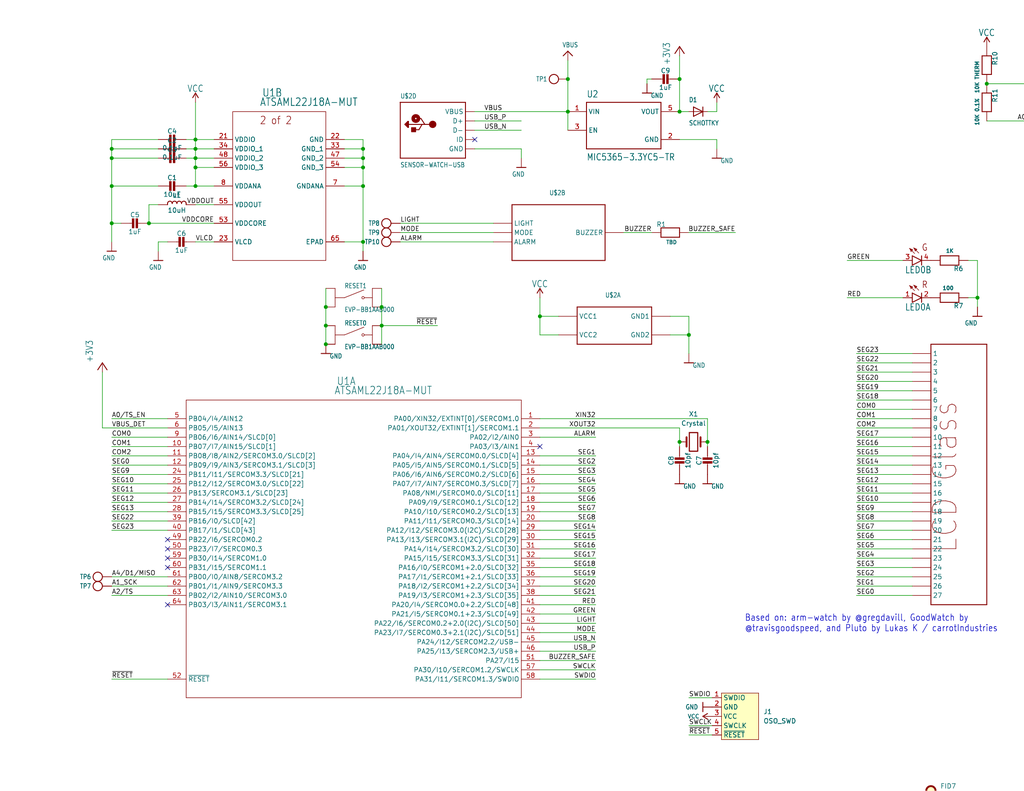
<source format=kicad_sch>
(kicad_sch (version 20211123) (generator eeschema)
  (paper "USLetter")
  (title_block (date "2023-01-23") (rev "02"))
  (lib_symbols
    (symbol "Device:Crystal" (pin_numbers hide) (pin_names (offset 1.016) hide)
      (property "Reference" "Y" (at 0 3.81 0))
      (property "Value" "Crystal" (at 0 -3.81 0))
      (symbol "Crystal_1_1"
        (pin passive line (at -3.81 0 0) (length 1.27) (name "1") (number "1"))
        (pin passive line (at 3.81 0 180) (length 1.27) (name "2") (number "2"))
      )
    )
    (symbol "Mechanical:Fiducial"
      (property "Reference" "FID" (at 0 5.08 0))
      (property "Value" "Fiducial" (at 0 3.175 0))
    )
    (symbol "OSO-SWAT-A1-05-eagle-import:+3V3" (power)
      (property "Value" "+3V3" (at -2.54 -5.08 90))
      (symbol "+3V3_1_0"
        (pin power_in line (at 0 -2.54 90) (length 2.54) (name "+3V3") (number "1"))
      )
    )
    (symbol "OSO-SWAT-A1-05-eagle-import:ATSAML22J18A-MUT"
      (property "Reference" "U" (at -4.7244 24.3586 0))
      (property "Value" "ATSAML22J18A-MUT" (at -5.3594 21.8186 0))
      (symbol "ATSAML22J18A-MUT_1_0"
        (pin bidirectional line (at 50.8 35.56 180) (length 5.08) (name "PA00/XIN32/EXTINT[0]/SERCOM1.0") (number "1"))
        (pin bidirectional line (at -50.8 27.94 0) (length 5.08) (name "PB07/I7/AIN15/SLCD[1]") (number "10"))
        (pin bidirectional line (at -50.8 25.4 0) (length 5.08) (name "PB08/I8/AIN2/SERCOM3.0/SLCD[2]") (number "11"))
        (pin bidirectional line (at -50.8 22.86 0) (length 5.08) (name "PB09/I9/AIN3/SERCOM3.1/SLCD[3]") (number "12"))
        (pin bidirectional line (at 50.8 25.4 180) (length 5.08) (name "PA04/I4/AIN4/SERCOM0.0/SLCD[4]") (number "13"))
        (pin bidirectional line (at 50.8 22.86 180) (length 5.08) (name "PA05/I5/AIN5/SERCOM0.1/SLCD[5]") (number "14"))
        (pin bidirectional line (at 50.8 20.32 180) (length 5.08) (name "PA06/I6/AIN6/SERCOM0.2/SLCD[6]") (number "15"))
        (pin bidirectional line (at 50.8 17.78 180) (length 5.08) (name "PA07/I7/AIN7/SERCOM0.3/SLCD[7]") (number "16"))
        (pin bidirectional line (at 50.8 15.24 180) (length 5.08) (name "PA08/NMI/SERCOM0.0/SLCD[11]") (number "17"))
        (pin bidirectional line (at 50.8 12.7 180) (length 5.08) (name "PA09/I9/SERCOM0.1/SLCD[12]") (number "18"))
        (pin bidirectional line (at 50.8 10.16 180) (length 5.08) (name "PA10/I10/SERCOM0.2/SLCD[13]") (number "19"))
        (pin bidirectional line (at 50.8 33.02 180) (length 5.08) (name "PA01/XOUT32/EXTINT[1]/SERCOM1.1") (number "2"))
        (pin bidirectional line (at 50.8 7.62 180) (length 5.08) (name "PA11/I11/SERCOM0.3/SLCD[14]") (number "20"))
        (pin bidirectional line (at -50.8 20.32 0) (length 5.08) (name "PB11/I11/SERCOM3.3/SLCD[21]") (number "24"))
        (pin bidirectional line (at -50.8 17.78 0) (length 5.08) (name "PB12/I12/SERCOM3.0/SLCD[22]") (number "25"))
        (pin bidirectional line (at -50.8 15.24 0) (length 5.08) (name "PB13/SERCOM3.1/SLCD[23]") (number "26"))
        (pin bidirectional line (at -50.8 12.7 0) (length 5.08) (name "PB14/I14/SERCOM3.2/SLCD[24]") (number "27"))
        (pin bidirectional line (at -50.8 10.16 0) (length 5.08) (name "PB15/I15/SERCOM3.3/SLCD[25]") (number "28"))
        (pin bidirectional line (at 50.8 5.08 180) (length 5.08) (name "PA12/I12/SERCOM3.0(I2C)/SLCD[28]") (number "29"))
        (pin bidirectional line (at 50.8 30.48 180) (length 5.08) (name "PA02/I2/AIN0") (number "3"))
        (pin bidirectional line (at 50.8 2.54 180) (length 5.08) (name "PA13/I13/SERCOM3.1(I2C)/SLCD[29]") (number "30"))
        (pin bidirectional line (at 50.8 0 180) (length 5.08) (name "PA14/I14/SERCOM3.2/SLCD[30]") (number "31"))
        (pin bidirectional line (at 50.8 -2.54 180) (length 5.08) (name "PA15/I15/SERCOM3.3/SLCD[31]") (number "32"))
        (pin bidirectional line (at 50.8 -5.08 180) (length 5.08) (name "PA16/I0/SERCOM1+2.0/SLCD[32]") (number "35"))
        (pin bidirectional line (at 50.8 -7.62 180) (length 5.08) (name "PA17/I1/SERCOM1+2.1/SLCD[33]") (number "36"))
        (pin bidirectional line (at 50.8 -10.16 180) (length 5.08) (name "PA18/I2/SERCOM1+2.2/SLCD[34]") (number "37"))
        (pin bidirectional line (at 50.8 -12.7 180) (length 5.08) (name "PA19/I3/SERCOM1+2.3/SLCD[35]") (number "38"))
        (pin bidirectional line (at -50.8 7.62 0) (length 5.08) (name "PB16/I0/SLCD[42]") (number "39"))
        (pin bidirectional line (at 50.8 27.94 180) (length 5.08) (name "PA03/I3/AIN1") (number "4"))
        (pin bidirectional line (at -50.8 5.08 0) (length 5.08) (name "PB17/I1/SLCD[43]") (number "40"))
        (pin bidirectional line (at 50.8 -15.24 180) (length 5.08) (name "PA20/I4/SERCOM0.0+2.2/SLCD[48]") (number "41"))
        (pin bidirectional line (at 50.8 -17.78 180) (length 5.08) (name "PA21/I5/SERCOM0.1+2.3/SLCD[49]") (number "42"))
        (pin bidirectional line (at 50.8 -20.32 180) (length 5.08) (name "PA22/I6/SERCOM0.2+2.0(I2C)/SLCD[50]") (number "43"))
        (pin bidirectional line (at 50.8 -22.86 180) (length 5.08) (name "PA23/I7/SERCOM0.3+2.1(I2C)/SLCD[51]") (number "44"))
        (pin bidirectional line (at 50.8 -25.4 180) (length 5.08) (name "PA24/I12/SERCOM2.2/USB-") (number "45"))
        (pin bidirectional line (at 50.8 -27.94 180) (length 5.08) (name "PA25/I13/SERCOM2.3/USB+") (number "46"))
        (pin bidirectional line (at -50.8 2.54 0) (length 5.08) (name "PB22/I6/SERCOM0.2") (number "49"))
        (pin bidirectional line (at -50.8 35.56 0) (length 5.08) (name "PB04/I4/AIN12") (number "5"))
        (pin bidirectional line (at -50.8 0 0) (length 5.08) (name "PB23/I7/SERCOM0.3") (number "50"))
        (pin bidirectional line (at 50.8 -30.48 180) (length 5.08) (name "PA27/I15") (number "51"))
        (pin bidirectional line (at -50.8 -35.56 0) (length 5.08) (name "~{RESET}") (number "52"))
        (pin bidirectional line (at 50.8 -33.02 180) (length 5.08) (name "PA30/I10/SERCOM1.2/SWCLK") (number "57"))
        (pin bidirectional line (at 50.8 -35.56 180) (length 5.08) (name "PA31/I11/SERCOM1.3/SWDIO") (number "58"))
        (pin bidirectional line (at -50.8 -2.54 0) (length 5.08) (name "PB30/I14/SERCOM1.0") (number "59"))
        (pin bidirectional line (at -50.8 33.02 0) (length 5.08) (name "PB05/I5/AIN13") (number "6"))
        (pin bidirectional line (at -50.8 -5.08 0) (length 5.08) (name "PB31/I15/SERCOM1.1") (number "60"))
        (pin bidirectional line (at -50.8 -7.62 0) (length 5.08) (name "PB00/I0/AIN8/SERCOM3.2") (number "61"))
        (pin bidirectional line (at -50.8 -10.16 0) (length 5.08) (name "PB01/I1/AIN9/SERCOM3.3") (number "62"))
        (pin bidirectional line (at -50.8 -12.7 0) (length 5.08) (name "PB02/I2/AIN10/SERCOM3.0") (number "63"))
        (pin bidirectional line (at -50.8 -15.24 0) (length 5.08) (name "PB03/I3/AIN11/SERCOM3.1") (number "64"))
        (pin bidirectional line (at -50.8 30.48 0) (length 5.08) (name "PB06/I6/AIN14/SLCD[0]") (number "9"))
      )
      (symbol "ATSAML22J18A-MUT_2_0"
        (text "2 of 2" (at -5.3594 16.7386 0) (effects (font (size 2.0828 1.7703)) (justify left bottom)))
        (pin power_in line (at -17.78 12.7 0) (length 5.08) (name "VDDIO") (number "21"))
        (pin passive line (at 17.78 12.7 180) (length 5.08) (name "GND") (number "22"))
        (pin passive line (at -17.78 -15.24 0) (length 5.08) (name "VLCD") (number "23"))
        (pin passive line (at 17.78 10.16 180) (length 5.08) (name "GND_1") (number "33"))
        (pin power_in line (at -17.78 10.16 0) (length 5.08) (name "VDDIO_1") (number "34"))
        (pin passive line (at 17.78 7.62 180) (length 5.08) (name "GND_2") (number "47"))
        (pin power_in line (at -17.78 7.62 0) (length 5.08) (name "VDDIO_2") (number "48"))
        (pin power_in line (at -17.78 -10.16 0) (length 5.08) (name "VDDCORE") (number "53"))
        (pin passive line (at 17.78 5.08 180) (length 5.08) (name "GND_3") (number "54"))
        (pin output line (at -17.78 -5.08 0) (length 5.08) (name "VDDOUT") (number "55"))
        (pin power_in line (at -17.78 5.08 0) (length 5.08) (name "VDDIO_3") (number "56"))
        (pin passive line (at 17.78 -15.24 180) (length 5.08) (name "EPAD") (number "65"))
        (pin passive line (at 17.78 0 180) (length 5.08) (name "GNDANA") (number "7"))
        (pin power_in line (at -17.78 0 0) (length 5.08) (name "VDDANA") (number "8"))
      )
    )
    (symbol "OSO-SWAT-A1-05-eagle-import:CAP_CERAMIC_0402MP"
      (property "Reference" "C" (at -2.29 1.25 90))
      (property "Value" "CAP_CERAMIC_0402MP" (at 2.3 1.25 90))
      (symbol "CAP_CERAMIC_0402MP_1_0"
        (pin passive line (at 0 5.08 270) (length 2.54) (name "1") (number "1"))
        (pin passive line (at 0 -2.54 90) (length 2.54) (name "2") (number "2"))
      )
    )
    (symbol "OSO-SWAT-A1-05-eagle-import:CAP_CERAMIC_0603MP"
      (property "Reference" "C" (at -2.29 1.25 90))
      (property "Value" "CAP_CERAMIC_0603MP" (at 2.3 1.25 90))
      (symbol "CAP_CERAMIC_0603MP_1_0"
        (pin passive line (at 0 5.08 270) (length 2.54) (name "1") (number "1"))
        (pin passive line (at 0 -2.54 90) (length 2.54) (name "2") (number "2"))
      )
    )
    (symbol "OSO-SWAT-A1-05-eagle-import:DIODESOD-323F"
      (property "Reference" "D" (at -2.54 2.54 0))
      (property "Value" "DIODESOD-323F" (at -2.54 -3.81 0))
      (symbol "DIODESOD-323F_1_0"
        (pin passive line (at -2.54 0 0) (length 2.54) (name "A") (number "A"))
        (pin passive line (at 2.54 0 180) (length 2.54) (name "C") (number "C"))
      )
    )
    (symbol "OSO-SWAT-A1-05-eagle-import:EVP-BB1AAB000"
      (property "Reference" "S" (at -2.54 2.54 0))
      (property "Value" "EVP-BB1AAB000" (at -2.54 -2.54 0))
      (symbol "EVP-BB1AAB000_1_0"
        (pin passive line (at -7.62 2.54 0) (length 2.54) (name "A1") (number "A1"))
        (pin passive line (at -7.62 -2.54 0) (length 2.54) (name "A2") (number "A2"))
        (pin passive line (at 7.62 2.54 180) (length 2.54) (name "B1") (number "B1"))
        (pin passive line (at 7.62 -2.54 180) (length 2.54) (name "B2") (number "B2"))
      )
    )
    (symbol "OSO-SWAT-A1-05-eagle-import:GND" (power)
      (property "Value" "GND" (at -1.524 -2.54 0))
      (symbol "GND_1_0"
        (pin power_in line (at 0 2.54 270) (length 2.54) (name "GND") (number "1"))
      )
    )
    (symbol "OSO-SWAT-A1-05-eagle-import:MIC5365-3.3YC5-TR"
      (property "Reference" "U" (at -10.16 6.35 0))
      (property "Value" "MIC5365-3.3YC5-TR" (at -10.16 -8.89 0))
      (symbol "MIC5365-3.3YC5-TR_1_0"
        (pin input line (at -15.24 2.54 0) (length 5.08) (name "VIN") (number "1"))
        (pin power_in line (at 15.24 -5.08 180) (length 5.08) (name "GND") (number "2"))
        (pin input line (at -15.24 -2.54 0) (length 5.08) (name "EN") (number "3"))
        (pin output line (at 15.24 2.54 180) (length 5.08) (name "VOUT") (number "5"))
      )
    )
    (symbol "OSO-SWAT-A1-05-eagle-import:MICROBUILDER_INDUCTOR_0805MP"
      (property "Reference" "L" (at 0 2.54 0))
      (property "Value" "MICROBUILDER_INDUCTOR_0805MP" (at 0 -1.54 0))
      (symbol "MICROBUILDER_INDUCTOR_0805MP_1_0"
        (pin passive line (at -5.08 0 0) (length 2.54) (name "1") (number "1"))
        (pin passive line (at 5.08 0 180) (length 2.54) (name "2") (number "2"))
      )
    )
    (symbol "OSO-SWAT-A1-05-eagle-import:MICROBUILDER_TESTPOINTROUND1.5MM"
      (property "Reference" "TP" (at 0 5.588 90))
      (property "Value" "MICROBUILDER_TESTPOINTROUND1.5MM" (at 1.651 5.588 90))
      (symbol "MICROBUILDER_TESTPOINTROUND1.5MM_1_0"
        (pin bidirectional line (at 0 0 90) (length 2.54) (name "P$1") (number "P$1"))
      )
    )
    (symbol "OSO-SWAT-A1-05-eagle-import:QBLP655-RIG"
      (property "Reference" "D" (at -2.0351 6.6102 0))
      (property "Value" "QBLP655-RIG" (at -2.0336 -3.8131 0))
      (symbol "QBLP655-RIG_1_0"
        (text "R" (at 2.54 2.54 0) (effects (font (size 1.778 1.5113)) (justify left bottom)))
        (pin passive line (at -2.54 0 0) (length 2.54) (name "A") (number "1"))
        (pin passive line (at 5.08 0 180) (length 2.54) (name "C") (number "2"))
      )
      (symbol "QBLP655-RIG_2_0"
        (text "G" (at 2.54 2.54 0) (effects (font (size 1.778 1.5113)) (justify left bottom)))
        (pin passive line (at -2.54 0 0) (length 2.54) (name "A") (number "3"))
        (pin passive line (at 5.08 0 180) (length 2.54) (name "C") (number "4"))
      )
    )
    (symbol "OSO-SWAT-A1-05-eagle-import:RESISTOR_0603MP"
      (property "Reference" "R" (at 0 2.54 0))
      (property "Value" "RESISTOR_0603MP" (at 0 0 0))
      (symbol "RESISTOR_0603MP_1_0"
        (pin passive line (at -5.08 0 0) (length 2.54) (name "1") (number "1"))
        (pin passive line (at 5.08 0 180) (length 2.54) (name "2") (number "2"))
      )
    )
    (symbol "OSO-SWAT-A1-05-eagle-import:SENSOR-WATCH-USB"
      (property "Value" "SENSOR-WATCH-USB" (at -10.16 -10.16 0))
      (symbol "SENSOR-WATCH-USB_1_0"
        (pin bidirectional line (at 15.24 2.54 180) (length 5.08) (name "GND1") (number "GND1"))
        (pin bidirectional line (at 15.24 -2.54 180) (length 5.08) (name "GND2") (number "GND2"))
        (pin bidirectional line (at -15.24 2.54 0) (length 5.08) (name "VCC1") (number "VCC1"))
        (pin bidirectional line (at -15.24 -2.54 0) (length 5.08) (name "VCC2") (number "VCC2"))
      )
      (symbol "SENSOR-WATCH-USB_2_0"
        (pin bidirectional line (at -17.78 -2.54 0) (length 5.08) (name "ALARM") (number "ALARM"))
        (pin bidirectional line (at 17.78 0 180) (length 5.08) (name "BUZZER") (number "BUZZER"))
        (pin bidirectional line (at -17.78 2.54 0) (length 5.08) (name "LIGHT") (number "LIGHT"))
        (pin bidirectional line (at -17.78 0 0) (length 5.08) (name "MODE") (number "MODE"))
      )
      (symbol "SENSOR-WATCH-USB_3_0"
        (text "LCD Glass" (at -17.78 2.54 0) (effects (font (size 6.4516 5.4838)) (justify left bottom)))
        (pin input line (at -30.48 -10.16 90) (length 5.08) (name "1") (number "1"))
        (pin input line (at -7.62 -10.16 90) (length 5.08) (name "10") (number "10"))
        (pin input line (at -5.08 -10.16 90) (length 5.08) (name "11") (number "11"))
        (pin input line (at -2.54 -10.16 90) (length 5.08) (name "12") (number "12"))
        (pin input line (at 0 -10.16 90) (length 5.08) (name "13") (number "13"))
        (pin input line (at 2.54 -10.16 90) (length 5.08) (name "14") (number "14"))
        (pin input line (at 5.08 -10.16 90) (length 5.08) (name "15") (number "15"))
        (pin input line (at 7.62 -10.16 90) (length 5.08) (name "16") (number "16"))
        (pin input line (at 10.16 -10.16 90) (length 5.08) (name "17") (number "17"))
        (pin input line (at 12.7 -10.16 90) (length 5.08) (name "18") (number "18"))
        (pin input line (at 15.24 -10.16 90) (length 5.08) (name "19") (number "19"))
        (pin input line (at -27.94 -10.16 90) (length 5.08) (name "2") (number "2"))
        (pin input line (at 17.78 -10.16 90) (length 5.08) (name "20") (number "20"))
        (pin input line (at 20.32 -10.16 90) (length 5.08) (name "21") (number "21"))
        (pin input line (at 22.86 -10.16 90) (length 5.08) (name "22") (number "22"))
        (pin input line (at 25.4 -10.16 90) (length 5.08) (name "23") (number "23"))
        (pin input line (at 27.94 -10.16 90) (length 5.08) (name "24") (number "24"))
        (pin input line (at 30.48 -10.16 90) (length 5.08) (name "25") (number "25"))
        (pin input line (at 33.02 -10.16 90) (length 5.08) (name "26") (number "26"))
        (pin input line (at 35.56 -10.16 90) (length 5.08) (name "27") (number "27"))
        (pin input line (at -25.4 -10.16 90) (length 5.08) (name "3") (number "3"))
        (pin input line (at -22.86 -10.16 90) (length 5.08) (name "4") (number "4"))
        (pin input line (at -20.32 -10.16 90) (length 5.08) (name "5") (number "5"))
        (pin input line (at -17.78 -10.16 90) (length 5.08) (name "6") (number "6"))
        (pin input line (at -15.24 -10.16 90) (length 5.08) (name "7") (number "7"))
        (pin input line (at -12.7 -10.16 90) (length 5.08) (name "8") (number "8"))
        (pin input line (at -10.16 -10.16 90) (length 5.08) (name "9") (number "9"))
      )
      (symbol "SENSOR-WATCH-USB_4_0"
        (pin power_in line (at 10.16 -5.08 180) (length 2.54) (name "GND") (number "GND"))
        (pin bidirectional line (at 10.16 -2.54 180) (length 2.54) (name "ID") (number "USB_ID"))
        (pin bidirectional line (at 10.16 0 180) (length 2.54) (name "D-") (number "USB_N"))
        (pin bidirectional line (at 10.16 2.54 180) (length 2.54) (name "D+") (number "USB_P"))
        (pin power_in line (at 10.16 5.08 180) (length 2.54) (name "VBUS") (number "VBUS"))
      )
    )
    (symbol "OSO-SWAT-A1-05-eagle-import:VBUS" (power)
      (property "Value" "VBUS" (at -1.524 1.016 0))
      (symbol "VBUS_1_0"
        (pin power_in line (at 0 -2.54 90) (length 2.54) (name "VBUS") (number "1"))
      )
    )
    (symbol "OSO-SWAT-A1-05-eagle-import:VCC" (power)
      (property "Value" "VCC" (at 0 2.794 0))
      (symbol "VCC_1_0"
        (pin power_in line (at 0 0 90) (length 2.54) (name "VCC") (number "1"))
      )
    )
    (symbol "OSO-SWD:OSO_SWD"
      (property "Reference" "J" (at 0 -7.62 0))
      (property "Value" "OSO_SWD" (at 0 7.62 0))
      (symbol "OSO_SWD_1_1"
        (pin bidirectional line (at -7.62 5.08 0) (length 2.54) (name "SWDIO") (number "1"))
        (pin power_in line (at -7.62 2.54 0) (length 2.54) (name "GND") (number "2"))
        (pin power_in line (at -7.62 0 0) (length 2.54) (name "VCC") (number "3"))
        (pin bidirectional line (at -7.62 -2.54 0) (length 2.54) (name "SWCLK") (number "4"))
        (pin bidirectional line (at -7.62 -5.08 0) (length 2.54) (name "~{RESET}") (number "5"))
      )
    )
  )
  (junction (at 88.9 93.98))
  (junction (at 30.48 40.64))
  (junction (at 185.42 21.59))
  (junction (at 99.06 45.72))
  (junction (at 53.34 43.18))
  (junction (at 104.14 83.82))
  (junction (at 269.24 22.86))
  (junction (at 99.06 66.04))
  (junction (at 30.48 60.96))
  (junction (at 53.34 40.64))
  (junction (at 30.48 50.8))
  (junction (at 99.06 40.64))
  (junction (at 185.42 30.48))
  (junction (at 40.64 60.96))
  (junction (at 187.96 91.44))
  (junction (at 88.9 88.9))
  (junction (at 53.34 45.72))
  (junction (at 185.42 120.65))
  (junction (at 53.34 50.8))
  (junction (at 53.34 38.1))
  (junction (at 88.9 83.82))
  (junction (at 266.7 81.28))
  (junction (at 154.94 30.48))
  (junction (at 30.48 43.18))
  (junction (at 104.14 88.9))
  (junction (at 154.94 21.59))
  (junction (at 99.06 43.18))
  (junction (at 193.04 120.65))
  (junction (at 99.06 50.8))
  (junction (at 147.32 86.36))
  (no_connect (at 45.72 165.1))
  (no_connect (at 129.54 38.1))
  (no_connect (at 147.32 121.92))
  (no_connect (at 45.72 152.4))
  (no_connect (at 45.72 154.94))
  (no_connect (at 45.72 149.86))
  (no_connect (at 45.72 147.32))
  (wire (pts (xy 147.32 157.48) (xy 162.56 157.48)))
  (wire (pts (xy 187.96 30.48) (xy 185.42 30.48)))
  (wire (pts (xy 185.42 116.84) (xy 147.32 116.84)))
  (wire (pts (xy 147.32 172.72) (xy 162.56 172.72)))
  (wire (pts (xy 104.14 88.9) (xy 104.14 93.98)))
  (wire (pts (xy 27.94 101.6) (xy 27.94 116.84)))
  (wire (pts (xy 233.68 152.4) (xy 248.92 152.4)))
  (wire (pts (xy 88.9 78.74) (xy 88.9 83.82)))
  (wire (pts (xy 53.34 43.18) (xy 53.34 40.64)))
  (wire (pts (xy 58.42 66.04) (xy 53.34 66.04)))
  (wire (pts (xy 185.42 120.65) (xy 185.42 116.84)))
  (wire (pts (xy 162.56 175.26) (xy 147.32 175.26)))
  (wire (pts (xy 193.04 114.3) (xy 193.04 120.65)))
  (wire (pts (xy 187.96 86.36) (xy 187.96 91.44)))
  (wire (pts (xy 58.42 60.96) (xy 40.64 60.96)))
  (wire (pts (xy 233.68 127) (xy 248.92 127)))
  (wire (pts (xy 147.32 114.3) (xy 193.04 114.3)))
  (wire (pts (xy 195.58 30.48) (xy 195.58 27.94)))
  (wire (pts (xy 187.96 190.5) (xy 194.31 190.5)))
  (wire (pts (xy 154.94 21.59) (xy 154.94 30.48)))
  (wire (pts (xy 33.02 60.96) (xy 30.48 60.96)))
  (wire (pts (xy 147.32 154.94) (xy 162.56 154.94)))
  (wire (pts (xy 177.8 21.59) (xy 176.53 21.59)))
  (wire (pts (xy 99.06 40.64) (xy 99.06 43.18)))
  (wire (pts (xy 88.9 83.82) (xy 88.9 88.9)))
  (wire (pts (xy 269.24 33.02) (xy 287.02 33.02)))
  (wire (pts (xy 233.68 132.08) (xy 248.92 132.08)))
  (wire (pts (xy 43.18 40.64) (xy 30.48 40.64)))
  (wire (pts (xy 45.72 124.46) (xy 30.48 124.46)))
  (wire (pts (xy 30.48 142.24) (xy 45.72 142.24)))
  (wire (pts (xy 147.32 165.1) (xy 162.56 165.1)))
  (wire (pts (xy 185.42 38.1) (xy 195.58 38.1)))
  (wire (pts (xy 154.94 16.51) (xy 154.94 21.59)))
  (wire (pts (xy 99.06 50.8) (xy 93.98 50.8)))
  (wire (pts (xy 30.48 132.08) (xy 45.72 132.08)))
  (wire (pts (xy 58.42 50.8) (xy 53.34 50.8)))
  (wire (pts (xy 248.92 116.84) (xy 233.68 116.84)))
  (wire (pts (xy 187.96 86.36) (xy 182.88 86.36)))
  (wire (pts (xy 109.22 63.5) (xy 134.62 63.5)))
  (wire (pts (xy 27.94 116.84) (xy 45.72 116.84)))
  (wire (pts (xy 30.48 60.96) (xy 30.48 50.8)))
  (wire (pts (xy 30.48 43.18) (xy 30.48 40.64)))
  (wire (pts (xy 147.32 81.28) (xy 147.32 86.36)))
  (wire (pts (xy 134.62 60.96) (xy 109.22 60.96)))
  (wire (pts (xy 30.48 38.1) (xy 43.18 38.1)))
  (wire (pts (xy 30.48 185.42) (xy 45.72 185.42)))
  (wire (pts (xy 233.68 124.46) (xy 248.92 124.46)))
  (wire (pts (xy 58.42 40.64) (xy 53.34 40.64)))
  (wire (pts (xy 233.68 142.24) (xy 248.92 142.24)))
  (wire (pts (xy 53.34 38.1) (xy 53.34 27.94)))
  (wire (pts (xy 266.7 71.12) (xy 266.7 81.28)))
  (wire (pts (xy 147.32 134.62) (xy 162.56 134.62)))
  (wire (pts (xy 162.56 180.34) (xy 147.32 180.34)))
  (wire (pts (xy 233.68 154.94) (xy 248.92 154.94)))
  (wire (pts (xy 233.68 96.52) (xy 248.92 96.52)))
  (wire (pts (xy 45.72 157.48) (xy 30.48 157.48)))
  (wire (pts (xy 93.98 45.72) (xy 99.06 45.72)))
  (wire (pts (xy 193.04 30.48) (xy 195.58 30.48)))
  (wire (pts (xy 53.34 43.18) (xy 50.8 43.18)))
  (wire (pts (xy 147.32 149.86) (xy 162.56 149.86)))
  (wire (pts (xy 182.88 91.44) (xy 187.96 91.44)))
  (wire (pts (xy 53.34 45.72) (xy 58.42 45.72)))
  (wire (pts (xy 147.32 160.02) (xy 162.56 160.02)))
  (wire (pts (xy 43.18 50.8) (xy 30.48 50.8)))
  (wire (pts (xy 233.68 144.78) (xy 248.92 144.78)))
  (wire (pts (xy 233.68 101.6) (xy 248.92 101.6)))
  (wire (pts (xy 266.7 81.28) (xy 266.7 83.82)))
  (wire (pts (xy 147.32 144.78) (xy 162.56 144.78)))
  (wire (pts (xy 50.8 50.8) (xy 53.34 50.8)))
  (wire (pts (xy 162.56 170.18) (xy 147.32 170.18)))
  (wire (pts (xy 53.34 45.72) (xy 53.34 43.18)))
  (wire (pts (xy 231.14 81.28) (xy 246.38 81.28)))
  (wire (pts (xy 147.32 127) (xy 162.56 127)))
  (wire (pts (xy 185.42 21.59) (xy 185.42 30.48)))
  (wire (pts (xy 147.32 132.08) (xy 162.56 132.08)))
  (wire (pts (xy 162.56 119.38) (xy 147.32 119.38)))
  (wire (pts (xy 147.32 91.44) (xy 152.4 91.44)))
  (wire (pts (xy 233.68 147.32) (xy 248.92 147.32)))
  (wire (pts (xy 53.34 38.1) (xy 50.8 38.1)))
  (wire (pts (xy 58.42 55.88) (xy 53.34 55.88)))
  (wire (pts (xy 233.68 99.06) (xy 248.92 99.06)))
  (wire (pts (xy 30.48 129.54) (xy 45.72 129.54)))
  (wire (pts (xy 187.96 200.66) (xy 194.31 200.66)))
  (wire (pts (xy 193.04 120.65) (xy 193.04 121.92)))
  (wire (pts (xy 162.56 177.8) (xy 147.32 177.8)))
  (wire (pts (xy 195.58 38.1) (xy 195.58 40.64)))
  (wire (pts (xy 30.48 144.78) (xy 45.72 144.78)))
  (wire (pts (xy 233.68 139.7) (xy 248.92 139.7)))
  (wire (pts (xy 58.42 38.1) (xy 53.34 38.1)))
  (wire (pts (xy 30.48 134.62) (xy 45.72 134.62)))
  (wire (pts (xy 93.98 43.18) (xy 99.06 43.18)))
  (wire (pts (xy 53.34 40.64) (xy 53.34 38.1)))
  (wire (pts (xy 154.94 35.56) (xy 154.94 30.48)))
  (wire (pts (xy 88.9 88.9) (xy 88.9 93.98)))
  (wire (pts (xy 43.18 43.18) (xy 30.48 43.18)))
  (wire (pts (xy 176.53 21.59) (xy 176.53 22.86)))
  (wire (pts (xy 45.72 162.56) (xy 30.48 162.56)))
  (wire (pts (xy 233.68 109.22) (xy 248.92 109.22)))
  (wire (pts (xy 147.32 162.56) (xy 162.56 162.56)))
  (wire (pts (xy 129.54 30.48) (xy 154.94 30.48)))
  (wire (pts (xy 233.68 121.92) (xy 248.92 121.92)))
  (wire (pts (xy 43.18 68.58) (xy 43.18 66.04)))
  (wire (pts (xy 233.68 119.38) (xy 248.92 119.38)))
  (wire (pts (xy 99.06 43.18) (xy 99.06 45.72)))
  (wire (pts (xy 147.32 147.32) (xy 162.56 147.32)))
  (wire (pts (xy 142.24 35.56) (xy 129.54 35.56)))
  (wire (pts (xy 147.32 182.88) (xy 162.56 182.88)))
  (wire (pts (xy 233.68 106.68) (xy 248.92 106.68)))
  (wire (pts (xy 233.68 149.86) (xy 248.92 149.86)))
  (wire (pts (xy 93.98 38.1) (xy 99.06 38.1)))
  (wire (pts (xy 43.18 66.04) (xy 45.72 66.04)))
  (wire (pts (xy 233.68 162.56) (xy 248.92 162.56)))
  (wire (pts (xy 93.98 40.64) (xy 99.06 40.64)))
  (wire (pts (xy 246.38 71.12) (xy 231.14 71.12)))
  (wire (pts (xy 233.68 104.14) (xy 248.92 104.14)))
  (wire (pts (xy 185.42 121.92) (xy 185.42 120.65)))
  (wire (pts (xy 147.32 139.7) (xy 162.56 139.7)))
  (wire (pts (xy 43.18 55.88) (xy 40.64 55.88)))
  (wire (pts (xy 104.14 78.74) (xy 104.14 83.82)))
  (wire (pts (xy 200.66 63.5) (xy 187.96 63.5)))
  (wire (pts (xy 269.24 22.86) (xy 287.02 22.86)))
  (wire (pts (xy 134.62 66.04) (xy 109.22 66.04)))
  (wire (pts (xy 147.32 185.42) (xy 162.56 185.42)))
  (wire (pts (xy 233.68 137.16) (xy 248.92 137.16)))
  (wire (pts (xy 45.72 121.92) (xy 30.48 121.92)))
  (wire (pts (xy 30.48 50.8) (xy 30.48 43.18)))
  (wire (pts (xy 264.16 71.12) (xy 266.7 71.12)))
  (wire (pts (xy 264.16 81.28) (xy 266.7 81.28)))
  (wire (pts (xy 129.54 40.64) (xy 142.24 40.64)))
  (wire (pts (xy 233.68 160.02) (xy 248.92 160.02)))
  (wire (pts (xy 99.06 38.1) (xy 99.06 40.64)))
  (wire (pts (xy 30.48 139.7) (xy 45.72 139.7)))
  (wire (pts (xy 177.8 63.5) (xy 170.18 63.5)))
  (wire (pts (xy 142.24 33.02) (xy 129.54 33.02)))
  (wire (pts (xy 30.48 127) (xy 45.72 127)))
  (wire (pts (xy 99.06 45.72) (xy 99.06 50.8)))
  (wire (pts (xy 45.72 119.38) (xy 30.48 119.38)))
  (wire (pts (xy 147.32 86.36) (xy 147.32 91.44)))
  (wire (pts (xy 147.32 129.54) (xy 162.56 129.54)))
  (wire (pts (xy 30.48 60.96) (xy 30.48 66.04)))
  (wire (pts (xy 99.06 50.8) (xy 99.06 66.04)))
  (wire (pts (xy 45.72 114.3) (xy 30.48 114.3)))
  (wire (pts (xy 187.96 91.44) (xy 187.96 96.52)))
  (wire (pts (xy 147.32 137.16) (xy 162.56 137.16)))
  (wire (pts (xy 248.92 114.3) (xy 233.68 114.3)))
  (wire (pts (xy 147.32 124.46) (xy 162.56 124.46)))
  (wire (pts (xy 53.34 40.64) (xy 50.8 40.64)))
  (wire (pts (xy 248.92 111.76) (xy 233.68 111.76)))
  (wire (pts (xy 233.68 129.54) (xy 248.92 129.54)))
  (wire (pts (xy 142.24 40.64) (xy 142.24 43.18)))
  (wire (pts (xy 233.68 157.48) (xy 248.92 157.48)))
  (wire (pts (xy 104.14 88.9) (xy 119.38 88.9)))
  (wire (pts (xy 45.72 160.02) (xy 30.48 160.02)))
  (wire (pts (xy 30.48 137.16) (xy 45.72 137.16)))
  (wire (pts (xy 99.06 66.04) (xy 99.06 68.58)))
  (wire (pts (xy 147.32 152.4) (xy 162.56 152.4)))
  (wire (pts (xy 185.42 15.24) (xy 185.42 21.59)))
  (wire (pts (xy 162.56 167.64) (xy 147.32 167.64)))
  (wire (pts (xy 93.98 66.04) (xy 99.06 66.04)))
  (wire (pts (xy 187.96 198.12) (xy 194.31 198.12)))
  (wire (pts (xy 104.14 83.82) (xy 104.14 88.9)))
  (wire (pts (xy 40.64 55.88) (xy 40.64 60.96)))
  (wire (pts (xy 152.4 86.36) (xy 147.32 86.36)))
  (wire (pts (xy 53.34 50.8) (xy 53.34 45.72)))
  (wire (pts (xy 147.32 142.24) (xy 162.56 142.24)))
  (wire (pts (xy 233.68 134.62) (xy 248.92 134.62)))
  (wire (pts (xy 58.42 43.18) (xy 53.34 43.18)))
  (wire (pts (xy 30.48 40.64) (xy 30.48 38.1)))
  (text "Based on: arm-watch by @gregdavill, GoodWatch by\n@travisgoodspeed, and Pluto by Lukas K / carrotIndustries" (at 203.2 172.72 0) (effects (font (size 1.778 1.5113)) (justify left bottom)))
  (label "SEG5" (at 162.56 134.62 180) (effects (font (size 1.2446 1.2446))))
  (label "GREEN" (at 231.14 71.12 0) (effects (font (size 1.2446 1.2446))))
  (label "RED" (at 231.14 81.28 0) (effects (font (size 1.2446 1.2446))))
  (label "MODE" (at 162.56 172.72 180) (effects (font (size 1.2446 1.2446))))
  (label "SEG20" (at 233.68 104.14 0) (effects (font (size 1.2446 1.2446))))
  (label "SEG19" (at 162.56 157.48 180) (effects (font (size 1.2446 1.2446))))
  (label "~{RESET}" (at 30.48 185.42 0) (effects (font (size 1.2446 1.2446))))
  (label "USB_N" (at 162.56 175.26 180) (effects (font (size 1.2446 1.2446))))
  (label "SEG10" (at 233.68 137.16 0) (effects (font (size 1.2446 1.2446))))
  (label "SEG3" (at 233.68 154.94 0) (effects (font (size 1.2446 1.2446))))
  (label "VBUS_DET" (at 30.48 116.84 0) (effects (font (size 1.2446 1.2446))))
  (label "USB_N" (at 132.08 35.56 0) (effects (font (size 1.2446 1.2446))))
  (label "SEG9" (at 233.68 139.7 0) (effects (font (size 1.2446 1.2446))))
  (label "SEG4" (at 162.56 132.08 180) (effects (font (size 1.2446 1.2446))))
  (label "LIGHT" (at 109.22 60.96 0) (effects (font (size 1.2446 1.2446))))
  (label "SEG13" (at 30.48 139.7 0) (effects (font (size 1.2446 1.2446))))
  (label "SEG23" (at 30.48 144.78 0) (effects (font (size 1.2446 1.2446))))
  (label "SEG23" (at 233.68 96.52 0) (effects (font (size 1.2446 1.2446))))
  (label "USB_P" (at 162.56 177.8 180) (effects (font (size 1.2446 1.2446))))
  (label "SEG16" (at 233.68 121.92 0) (effects (font (size 1.2446 1.2446))))
  (label "SEG5" (at 233.68 149.86 0) (effects (font (size 1.2446 1.2446))))
  (label "COM1" (at 30.48 121.92 0) (effects (font (size 1.2446 1.2446))))
  (label "SEG12" (at 233.68 132.08 0) (effects (font (size 1.2446 1.2446))))
  (label "SEG13" (at 233.68 129.54 0) (effects (font (size 1.2446 1.2446))))
  (label "COM1" (at 233.68 114.3 0) (effects (font (size 1.2446 1.2446))))
  (label "BUZZER_SAFE" (at 162.56 180.34 180) (effects (font (size 1.2446 1.2446))))
  (label "BUZZER_SAFE" (at 200.66 63.5 180) (effects (font (size 1.2446 1.2446))))
  (label "COM2" (at 233.68 116.84 0) (effects (font (size 1.2446 1.2446))))
  (label "SWCLK" (at 187.96 198.12 0) (effects (font (size 1.2446 1.2446))))
  (label "SEG8" (at 162.56 142.24 180) (effects (font (size 1.2446 1.2446))))
  (label "A2{slash}TS" (at 30.48 162.56 0) (effects (font (size 1.2446 1.2446))))
  (label "SEG7" (at 233.68 144.78 0) (effects (font (size 1.2446 1.2446))))
  (label "SEG15" (at 162.56 147.32 180) (effects (font (size 1.2446 1.2446))))
  (label "SWDIO" (at 187.96 190.5 0) (effects (font (size 1.2446 1.2446))))
  (label "SWDIO" (at 162.56 185.42 180) (effects (font (size 1.2446 1.2446))))
  (label "SEG0" (at 233.68 162.56 0) (effects (font (size 1.2446 1.2446))))
  (label "SEG14" (at 162.56 144.78 180) (effects (font (size 1.2446 1.2446))))
  (label "~{RESET}" (at 119.38 88.9 180) (effects (font (size 1.2446 1.2446))))
  (label "SEG21" (at 233.68 101.6 0) (effects (font (size 1.2446 1.2446))))
  (label "MODE" (at 109.22 63.5 0) (effects (font (size 1.2446 1.2446))))
  (label "SEG4" (at 233.68 152.4 0) (effects (font (size 1.2446 1.2446))))
  (label "LIGHT" (at 162.56 170.18 180) (effects (font (size 1.2446 1.2446))))
  (label "SEG15" (at 233.68 124.46 0) (effects (font (size 1.2446 1.2446))))
  (label "SEG19" (at 233.68 106.68 0) (effects (font (size 1.2446 1.2446))))
  (label "SEG3" (at 162.56 129.54 180) (effects (font (size 1.2446 1.2446))))
  (label "SEG20" (at 162.56 160.02 180) (effects (font (size 1.2446 1.2446))))
  (label "A0{slash}TS_EN" (at 30.48 114.3 0) (effects (font (size 1.2446 1.2446))))
  (label "SEG14" (at 233.68 127 0) (effects (font (size 1.2446 1.2446))))
  (label "SEG16" (at 162.56 149.86 180) (effects (font (size 1.2446 1.2446))))
  (label "SEG18" (at 162.56 154.94 180) (effects (font (size 1.2446 1.2446))))
  (label "SEG8" (at 233.68 142.24 0) (effects (font (size 1.2446 1.2446))))
  (label "USB_P" (at 132.08 33.02 0) (effects (font (size 1.2446 1.2446))))
  (label "VLCD" (at 53.34 66.04 0))
  (label "VDDOUT" (at 58.42 55.88 180))
  (label "SEG2" (at 233.68 157.48 0) (effects (font (size 1.2446 1.2446))))
  (label "SEG22" (at 30.48 142.24 0) (effects (font (size 1.2446 1.2446))))
  (label "A1_SCK" (at 30.48 160.02 0) (effects (font (size 1.2446 1.2446))))
  (label "SEG7" (at 162.56 139.7 180) (effects (font (size 1.2446 1.2446))))
  (label "SEG21" (at 162.56 162.56 180) (effects (font (size 1.2446 1.2446))))
  (label "SEG1" (at 233.68 160.02 0) (effects (font (size 1.2446 1.2446))))
  (label "SEG17" (at 233.68 119.38 0) (effects (font (size 1.2446 1.2446))))
  (label "VDDCORE" (at 58.42 60.96 180))
  (label "SEG9" (at 30.48 129.54 0) (effects (font (size 1.2446 1.2446))))
  (label "XOUT32" (at 162.56 116.84 180) (effects (font (size 1.2446 1.2446))))
  (label "ALARM" (at 162.56 119.38 180) (effects (font (size 1.2446 1.2446))))
  (label "XIN32" (at 162.56 114.3 180) (effects (font (size 1.2446 1.2446))))
  (label "SEG6" (at 162.56 137.16 180) (effects (font (size 1.2446 1.2446))))
  (label "SEG12" (at 30.48 137.16 0) (effects (font (size 1.2446 1.2446))))
  (label "VBUS" (at 132.08 30.48 0) (effects (font (size 1.2446 1.2446))))
  (label "GREEN" (at 162.56 167.64 180) (effects (font (size 1.2446 1.2446))))
  (label "SEG10" (at 30.48 132.08 0) (effects (font (size 1.2446 1.2446))))
  (label "SWCLK" (at 162.56 182.88 180) (effects (font (size 1.2446 1.2446))))
  (label "BUZZER" (at 177.8 63.5 180) (effects (font (size 1.2446 1.2446))))
  (label "SEG0" (at 30.48 127 0) (effects (font (size 1.2446 1.2446))))
  (label "SEG1" (at 162.56 124.46 180) (effects (font (size 1.2446 1.2446))))
  (label "RED" (at 162.56 165.1 180) (effects (font (size 1.2446 1.2446))))
  (label "SEG17" (at 162.56 152.4 180) (effects (font (size 1.2446 1.2446))))
  (label "A2{slash}TS" (at 287.02 22.86 180) (effects (font (size 1.2446 1.2446))))
  (label "ALARM" (at 109.22 66.04 0) (effects (font (size 1.2446 1.2446))))
  (label "SEG22" (at 233.68 99.06 0) (effects (font (size 1.2446 1.2446))))
  (label "SEG18" (at 233.68 109.22 0) (effects (font (size 1.2446 1.2446))))
  (label "SEG2" (at 162.56 127 180) (effects (font (size 1.2446 1.2446))))
  (label "SEG6" (at 233.68 147.32 0) (effects (font (size 1.2446 1.2446))))
  (label "A4/D1/MISO" (at 30.48 157.48 0) (effects (font (size 1.2446 1.2446))))
  (label "A0{slash}TS_EN" (at 287.02 33.02 180))
  (label "COM0" (at 30.48 119.38 0) (effects (font (size 1.2446 1.2446))))
  (label "COM2" (at 30.48 124.46 0) (effects (font (size 1.2446 1.2446))))
  (label "SEG11" (at 233.68 134.62 0) (effects (font (size 1.2446 1.2446))))
  (label "COM0" (at 233.68 111.76 0) (effects (font (size 1.2446 1.2446))))
  (label "SEG11" (at 30.48 134.62 0) (effects (font (size 1.2446 1.2446))))
  (label "~{RESET}" (at 187.96 200.66 0) (effects (font (size 1.2446 1.2446))))
  (symbol (lib_id "Mechanical:Fiducial") (at 254 231.14 0) (unit 1)
    (property "Reference" "FID10" (at 256.54 229.8699 0) (effects (justify left)))
    (property "Value" "Fiducial" (at 256.54 232.4099 0) (effects (justify left)))
    (property "Footprint" "Fiducial:Fiducial_0.75mm_Mask1.5mm" (effects hide))
  )
  (symbol (lib_id "OSO-SWAT-A1-05-eagle-import:VCC") (at 147.32 81.28 0) (unit 1)
    (property "Reference" "#SUPPLY02" (effects hide))
    (property "Value" "VCC" (at 147.32 78.486 0) (effects (font (size 1.778 1.5113)) (justify bottom)))
    (property "Footprint" "OSO-SWAT-A1-05:" (effects hide))
  )
  (symbol (lib_id "OSO-SWAT-A1-05-eagle-import:VCC") (at 53.34 27.94 0) (unit 1)
    (property "Reference" "#SUPPLY01" (effects hide))
    (property "Value" "VCC" (at 53.34 25.146 0) (effects (font (size 1.778 1.5113)) (justify bottom)))
    (property "Footprint" "OSO-SWAT-A1-05:" (effects hide))
  )
  (symbol (lib_id "OSO-SWAT-A1-05-eagle-import:GND") (at 266.7 86.36 0) (mirror y) (unit 1)
    (property "Reference" "#GND015" (effects hide))
    (property "Value" "GND" (at 266.7 88.9 0) (effects (font (size 1.27 1.0795)) (justify left bottom)))
    (property "Footprint" "OSO-SWAT-A1-05:" (effects hide))
  )
  (symbol (lib_id "OSO-SWAT-A1-05-eagle-import:RESISTOR_0603MP") (at 259.08 71.12 180) (unit 1)
    (property "Reference" "R6" (at 262.89 72.6186 0) (effects (justify left bottom)))
    (property "Value" "1K" (at 260.35 67.818 0) (effects (font (size 1.016 1.016) bold) (justify left bottom)))
    (property "Footprint" "OSO-SWAT-A1-05:_0603MP" (effects hide))
  )
  (symbol (lib_id "OSO-SWAT-A1-05-eagle-import:GND") (at 43.18 71.12 0) (unit 1)
    (property "Reference" "#GND02" (effects hide))
    (property "Value" "GND" (at 40.64 73.66 0) (effects (font (size 1.27 1.0795)) (justify left bottom)))
    (property "Footprint" "OSO-SWAT-A1-05:" (effects hide))
  )
  (symbol (lib_id "OSO-SWAT-A1-05-eagle-import:RESISTOR_0603MP") (at 269.24 17.78 270) (unit 1)
    (property "Reference" "R10" (at 270.7386 13.97 0) (effects (justify left bottom)))
    (property "Value" "10K THERM" (at 265.938 16.51 0) (effects (font (size 1.016 1.016) bold) (justify left bottom)))
    (property "Footprint" "OSO-SWAT-A1-05:_0603MP" (effects hide))
  )
  (symbol (lib_id "OSO-SWAT-A1-05-eagle-import:EVP-BB1AAB000") (at 96.52 81.28 0) (unit 1)
    (property "Reference" "RESET1" (at 93.98 78.74 0) (effects (font (size 1.27 1.0795)) (justify left bottom)))
    (property "Value" "EVP-BB1AAB000" (at 93.98 83.82 0) (effects (font (size 1.27 1.0795)) (justify left top)))
    (property "Footprint" "OSO-SWAT-A1-05:SW_EVP-BB1AAB000" (effects hide))
  )
  (symbol (lib_id "OSO-SWAT-A1-05-eagle-import:CAP_CERAMIC_0402MP") (at 185.42 127 0) (unit 1)
    (property "Reference" "C8" (at 183.13 125.75 90))
    (property "Value" "10pf" (at 187.72 125.75 90))
    (property "Footprint" "OSO-SWAT-A1-05:_0402MP" (effects hide))
  )
  (symbol (lib_id "OSO-SWAT-A1-05-eagle-import:RESISTOR_0603MP") (at 182.88 63.5 0) (unit 1)
    (property "Reference" "R1" (at 179.07 62.0014 0) (effects (justify left bottom)))
    (property "Value" "TBD" (at 181.61 66.802 0) (effects (font (size 1.016 1.016) bold) (justify left bottom)))
    (property "Footprint" "OSO-SWAT-A1-05:_0603MP" (effects hide))
  )
  (symbol (lib_id "OSO-SWAT-A1-05-eagle-import:ATSAML22J18A-MUT") (at 76.2 50.8 0) (unit 2)
    (property "Reference" "U1" (at 71.4756 26.4414 0) (effects (font (size 2.0828 1.7703)) (justify left bottom)))
    (property "Value" "ATSAML22J18A-MUT" (at 70.8406 28.9814 0) (effects (font (size 2.0828 1.7703)) (justify left bottom)))
    (property "Footprint" "OSO-SWAT-A1-05:QFN64_9X9MC_MCH" (effects hide))
  )
  (symbol (lib_id "OSO-SWAT-A1-05-eagle-import:MICROBUILDER_TESTPOINTROUND1.5MM") (at 109.22 63.5 90) (unit 1)
    (property "Reference" "TP9" (at 103.632 63.5 90) (effects (font (size 1.27 1.0795)) (justify left)))
    (property "Value" "MICROBUILDER_TESTPOINTROUND1.5MM" (effects hide))
    (property "Footprint" "OSO-SWAT-A1-05:MICROBUILDER_TESTPOINT_ROUND_1.5MM" (effects hide))
  )
  (symbol (lib_id "OSO-SWAT-A1-05-eagle-import:MIC5365-3.3YC5-TR") (at 170.18 33.02 0) (unit 1)
    (property "Reference" "U2" (at 160.02 26.67 0) (effects (font (size 1.778 1.5113)) (justify left bottom)))
    (property "Value" "MIC5365-3.3YC5-TR" (at 160.02 41.91 0) (effects (font (size 1.778 1.5113)) (justify left top)))
    (property "Footprint" "OSO-SWAT-A1-05:SOT65P210X110-5N" (effects hide))
  )
  (symbol (lib_id "OSO-SWAT-A1-05-eagle-import:CAP_CERAMIC_0603MP") (at 48.26 66.04 270) (unit 1)
    (property "Reference" "C6" (at 49.51 63.75 90))
    (property "Value" "1uF" (at 49.51 68.34 90))
    (property "Footprint" "OSO-SWAT-A1-05:_0603MP" (effects hide))
  )
  (symbol (lib_id "OSO-SWAT-A1-05-eagle-import:CAP_CERAMIC_0603MP") (at 45.72 40.64 270) (unit 1)
    (property "Reference" "C2" (at 46.97 38.35 90))
    (property "Value" "0.1uF" (at 46.97 42.94 90))
    (property "Footprint" "OSO-SWAT-A1-05:_0603MP" (effects hide))
  )
  (symbol (lib_id "OSO-SWAT-A1-05-eagle-import:DIODESOD-323F") (at 190.5 30.48 0) (unit 1)
    (property "Reference" "D1" (at 187.96 27.94 0) (effects (font (size 1.27 1.0795)) (justify left bottom)))
    (property "Value" "SCHOTTKY" (at 187.96 34.29 0) (effects (font (size 1.27 1.0795)) (justify left bottom)))
    (property "Footprint" "OSO-SWAT-A1-05:SOD-323F" (effects hide))
  )
  (symbol (lib_id "OSO-SWAT-A1-05-eagle-import:MICROBUILDER_INDUCTOR_0805MP") (at 48.26 55.88 0) (unit 1)
    (property "Reference" "L1" (at 48.26 53.34 0))
    (property "Value" "10uH" (at 48.26 57.42 0))
    (property "Footprint" "OSO-SWAT-A1-05:MICROBUILDER__0805MP" (effects hide))
  )
  (symbol (lib_id "OSO-SWAT-A1-05-eagle-import:+3V3") (at 185.42 12.7 0) (unit 1)
    (property "Reference" "#+3V026" (effects hide))
    (property "Value" "+3V3" (at 182.88 17.78 90) (effects (font (size 1.778 1.5113)) (justify left bottom)))
    (property "Footprint" "OSO-SWAT-A1-05:" (effects hide))
  )
  (symbol (lib_id "OSO-SWAT-A1-05-eagle-import:ATSAML22J18A-MUT") (at 96.52 149.86 0) (unit 1)
    (property "Reference" "U1" (at 91.7956 105.1814 0) (effects (font (size 2.0828 1.7703)) (justify left bottom)))
    (property "Value" "ATSAML22J18A-MUT" (at 91.1606 107.7214 0) (effects (font (size 2.0828 1.7703)) (justify left bottom)))
    (property "Footprint" "OSO-SWAT-A1-05:QFN64_9X9MC_MCH" (effects hide))
  )
  (symbol (lib_id "OSO-SWAT-A1-05-eagle-import:GND") (at 142.24 45.72 0) (unit 1)
    (property "Reference" "#GND03" (effects hide))
    (property "Value" "GND" (at 139.7 48.26 0) (effects (font (size 1.27 1.0795)) (justify left bottom)))
    (property "Footprint" "OSO-SWAT-A1-05:" (effects hide))
  )
  (symbol (lib_id "OSO-SWAT-A1-05-eagle-import:GND") (at 193.04 132.08 0) (mirror y) (unit 1)
    (property "Reference" "#U$03" (effects hide))
    (property "Value" "GND" (at 194.056 132.08 0) (effects (font (size 1.27 1.0795)) (justify right top)))
    (property "Footprint" "OSO-SWAT-A1-05:" (effects hide))
  )
  (symbol (lib_id "OSO-SWAT-A1-05-eagle-import:QBLP655-RIG") (at 248.92 81.28 0) (unit 1)
    (property "Reference" "LED0" (at 246.8848 84.8298 0) (effects (font (size 1.7807 1.5135)) (justify left bottom)))
    (property "Value" "QBLP655-RIG" (effects hide))
    (property "Footprint" "OSO-SWAT-A1-05:LED_QBLP655" (effects hide))
  )
  (symbol (lib_id "OSO-SWAT-A1-05-eagle-import:VCC") (at 194.31 195.58 90) (unit 1)
    (property "Reference" "#SUPPLY0102" (effects hide))
    (property "Value" "VCC" (at 189.23 195.58 90) (effects (font (size 1.0795 1.0795))))
    (property "Footprint" "OSO-SWAT-A1-05:" (effects hide))
  )
  (symbol (lib_id "OSO-SWAT-A1-05-eagle-import:QBLP655-RIG") (at 248.92 71.12 0) (unit 2)
    (property "Reference" "LED0" (at 246.8848 74.6698 0) (effects (font (size 1.7807 1.5135)) (justify left bottom)))
    (property "Value" "QBLP655-RIG" (effects hide))
    (property "Footprint" "OSO-SWAT-A1-05:LED_QBLP655" (effects hide))
  )
  (symbol (lib_id "Mechanical:Fiducial") (at 254 215.9 0) (unit 1)
    (property "Reference" "FID7" (at 256.54 214.6299 0) (effects (justify left)))
    (property "Value" "Fiducial" (at 256.54 217.1699 0) (effects (justify left)))
    (property "Footprint" "Fiducial:Fiducial_0.75mm_Mask1.5mm" (effects hide))
  )
  (symbol (lib_id "OSO-SWAT-A1-05-eagle-import:GND") (at 176.53 25.4 0) (mirror y) (unit 1)
    (property "Reference" "#U$0101" (effects hide))
    (property "Value" "GND" (at 177.546 25.4 0) (effects (font (size 1.27 1.0795)) (justify right top)))
    (property "Footprint" "OSO-SWAT-A1-05:" (effects hide))
  )
  (symbol (lib_id "OSO-SWAT-A1-05-eagle-import:VCC") (at 269.24 12.7 0) (unit 1)
    (property "Reference" "#SUPPLY0101" (effects hide))
    (property "Value" "VCC" (at 269.24 9.906 0) (effects (font (size 1.778 1.5113)) (justify bottom)))
    (property "Footprint" "OSO-SWAT-A1-05:" (effects hide))
  )
  (symbol (lib_id "OSO-SWAT-A1-05-eagle-import:CAP_CERAMIC_0402MP") (at 193.04 127 0) (unit 1)
    (property "Reference" "C7" (at 190.75 125.75 90))
    (property "Value" "10pf" (at 195.34 125.75 90))
    (property "Footprint" "OSO-SWAT-A1-05:_0402MP" (effects hide))
  )
  (symbol (lib_id "OSO-SWAT-A1-05-eagle-import:MICROBUILDER_TESTPOINTROUND1.5MM") (at 30.48 160.02 90) (unit 1)
    (property "Reference" "TP7" (at 24.892 160.02 90) (effects (font (size 1.27 1.0795)) (justify left)))
    (property "Value" "MICROBUILDER_TESTPOINTROUND1.5MM" (effects hide))
    (property "Footprint" "OSO-SWAT-A1-05:MICROBUILDER_TESTPOINT_ROUND_1.5MM" (effects hide))
  )
  (symbol (lib_id "OSO-SWAT-A1-05-eagle-import:CAP_CERAMIC_0603MP") (at 35.56 60.96 270) (unit 1)
    (property "Reference" "C5" (at 36.81 58.67 90))
    (property "Value" "1uF" (at 36.81 63.26 90))
    (property "Footprint" "OSO-SWAT-A1-05:_0603MP" (effects hide))
  )
  (symbol (lib_id "OSO-SWAT-A1-05-eagle-import:RESISTOR_0603MP") (at 269.24 27.94 270) (unit 1)
    (property "Reference" "R11" (at 270.7386 24.13 0) (effects (justify left bottom)))
    (property "Value" "10K 0.1%" (at 265.938 26.67 0) (effects (font (size 1.016 1.016) bold) (justify left bottom)))
    (property "Footprint" "OSO-SWAT-A1-05:_0603MP" (effects hide))
  )
  (symbol (lib_id "OSO-SWAT-A1-05-eagle-import:GND") (at 88.9 96.52 0) (mirror y) (unit 1)
    (property "Reference" "#U$04" (effects hide))
    (property "Value" "GND" (at 89.916 96.52 0) (effects (font (size 1.27 1.0795)) (justify right top)))
    (property "Footprint" "OSO-SWAT-A1-05:" (effects hide))
  )
  (symbol (lib_id "OSO-SWAT-A1-05-eagle-import:SENSOR-WATCH-USB") (at 167.64 88.9 0) (unit 1)
    (property "Reference" "U$2" (at 165.1 81.28 0) (effects (font (size 1.27 1.0795)) (justify left bottom)))
    (property "Value" "SENSOR-WATCH-USB" (effects hide))
    (property "Footprint" "OSO-SWAT-A1-05:CASIO-F91W-OUTLINE-USB" (effects hide))
  )
  (symbol (lib_id "OSO-SWAT-A1-05-eagle-import:VBUS") (at 154.94 13.97 0) (unit 1)
    (property "Reference" "#U$08" (effects hide))
    (property "Value" "VBUS" (at 153.416 12.954 0) (effects (font (size 1.27 1.0795)) (justify left bottom)))
    (property "Footprint" "OSO-SWAT-A1-05:" (effects hide))
  )
  (symbol (lib_id "Mechanical:Fiducial") (at 254 236.22 0) (unit 1)
    (property "Reference" "FID11" (at 256.54 234.9499 0) (effects (justify left)))
    (property "Value" "Fiducial" (at 256.54 237.4899 0) (effects (justify left)))
    (property "Footprint" "Fiducial:Fiducial_0.75mm_Mask1.5mm" (effects hide))
  )
  (symbol (lib_id "OSO-SWAT-A1-05-eagle-import:GND") (at 187.96 99.06 0) (mirror y) (unit 1)
    (property "Reference" "#U$01" (effects hide))
    (property "Value" "GND" (at 188.976 99.06 0) (effects (font (size 1.27 1.0795)) (justify right top)))
    (property "Footprint" "OSO-SWAT-A1-05:" (effects hide))
  )
  (symbol (lib_id "OSO-SWAT-A1-05-eagle-import:CAP_CERAMIC_0603MP") (at 45.72 43.18 270) (unit 1)
    (property "Reference" "C3" (at 46.97 40.89 90))
    (property "Value" "0.1uF" (effects hide))
    (property "Footprint" "OSO-SWAT-A1-05:_0603MP" (effects hide))
  )
  (symbol (lib_id "OSO-SWAT-A1-05-eagle-import:MICROBUILDER_TESTPOINTROUND1.5MM") (at 154.94 21.59 90) (unit 1)
    (property "Reference" "TP1" (at 149.352 21.59 90) (effects (font (size 1.27 1.0795)) (justify left)))
    (property "Value" "MICROBUILDER_TESTPOINTROUND1.5MM" (effects hide))
    (property "Footprint" "OSO-SWAT-A1-05:MICROBUILDER_TESTPOINT_ROUND_1.5MM" (effects hide))
  )
  (symbol (lib_id "OSO-SWAT-A1-05-eagle-import:CAP_CERAMIC_0603MP") (at 180.34 21.59 270) (unit 1)
    (property "Reference" "C9" (at 181.59 19.3 90))
    (property "Value" "1uF" (at 181.59 23.89 90))
    (property "Footprint" "OSO-SWAT-A1-05:_0603MP" (effects hide))
  )
  (symbol (lib_id "OSO-SWAT-A1-05-eagle-import:GND") (at 191.77 193.04 270) (mirror x) (unit 1)
    (property "Reference" "#U$0102" (effects hide))
    (property "Value" "GND" (at 190.5 193.04 90) (effects (font (size 1.27 1.0795)) (justify right)))
    (property "Footprint" "OSO-SWAT-A1-05:" (effects hide))
  )
  (symbol (lib_id "OSO-SWD:OSO_SWD") (at 201.93 195.58 0) (unit 1)
    (property "Reference" "J1" (at 208.28 194.3099 0) (effects (justify left)))
    (property "Value" "OSO_SWD" (at 208.28 196.8499 0) (effects (justify left)))
    (property "Footprint" "OSO-SWD:OSO_SWD_2x3" (effects hide))
  )
  (symbol (lib_id "OSO-SWAT-A1-05-eagle-import:RESISTOR_0603MP") (at 259.08 81.28 180) (unit 1)
    (property "Reference" "R7" (at 262.89 82.7786 0) (effects (justify left bottom)))
    (property "Value" "100" (at 260.35 77.978 0) (effects (font (size 1.016 1.016) bold) (justify left bottom)))
    (property "Footprint" "OSO-SWAT-A1-05:_0603MP" (effects hide))
  )
  (symbol (lib_id "Mechanical:Fiducial") (at 254 226.06 0) (unit 1)
    (property "Reference" "FID9" (at 256.54 224.7899 0) (effects (justify left)))
    (property "Value" "Fiducial" (at 256.54 227.3299 0) (effects (justify left)))
    (property "Footprint" "Fiducial:Fiducial_0.75mm_Mask1.5mm" (effects hide))
  )
  (symbol (lib_id "OSO-SWAT-A1-05-eagle-import:GND") (at 30.48 68.58 0) (unit 1)
    (property "Reference" "#GND014" (effects hide))
    (property "Value" "GND" (at 27.94 71.12 0) (effects (font (size 1.27 1.0795)) (justify left bottom)))
    (property "Footprint" "OSO-SWAT-A1-05:" (effects hide))
  )
  (symbol (lib_id "OSO-SWAT-A1-05-eagle-import:MICROBUILDER_TESTPOINTROUND1.5MM") (at 30.48 157.48 90) (unit 1)
    (property "Reference" "TP6" (at 24.892 157.48 90) (effects (font (size 1.27 1.0795)) (justify left)))
    (property "Value" "MICROBUILDER_TESTPOINTROUND1.5MM" (effects hide))
    (property "Footprint" "OSO-SWAT-A1-05:MICROBUILDER_TESTPOINT_ROUND_1.5MM" (effects hide))
  )
  (symbol (lib_id "OSO-SWAT-A1-05-eagle-import:MICROBUILDER_TESTPOINTROUND1.5MM") (at 109.22 60.96 90) (unit 1)
    (property "Reference" "TP8" (at 103.632 60.96 90) (effects (font (size 1.27 1.0795)) (justify left)))
    (property "Value" "MICROBUILDER_TESTPOINTROUND1.5MM" (effects hide))
    (property "Footprint" "OSO-SWAT-A1-05:MICROBUILDER_TESTPOINT_ROUND_1.5MM" (effects hide))
  )
  (symbol (lib_id "OSO-SWAT-A1-05-eagle-import:MICROBUILDER_TESTPOINTROUND1.5MM") (at 109.22 66.04 90) (unit 1)
    (property "Reference" "TP10" (at 103.632 66.04 90) (effects (font (size 1.27 1.0795)) (justify left)))
    (property "Value" "MICROBUILDER_TESTPOINTROUND1.5MM" (effects hide))
    (property "Footprint" "OSO-SWAT-A1-05:MICROBUILDER_TESTPOINT_ROUND_1.5MM" (effects hide))
  )
  (symbol (lib_id "OSO-SWAT-A1-05-eagle-import:VCC") (at 195.58 27.94 0) (unit 1)
    (property "Reference" "#SUPPLY08" (effects hide))
    (property "Value" "VCC" (at 195.58 25.146 0) (effects (font (size 1.778 1.5113)) (justify bottom)))
    (property "Footprint" "OSO-SWAT-A1-05:" (effects hide))
  )
  (symbol (lib_id "OSO-SWAT-A1-05-eagle-import:CAP_CERAMIC_0603MP") (at 45.72 38.1 270) (unit 1)
    (property "Reference" "C4" (at 46.97 35.81 90))
    (property "Value" "0.1uF" (at 46.97 40.4 90))
    (property "Footprint" "OSO-SWAT-A1-05:_0603MP" (effects hide))
  )
  (symbol (lib_id "OSO-SWAT-A1-05-eagle-import:EVP-BB1AAB000") (at 96.52 91.44 0) (unit 1)
    (property "Reference" "RESET0" (at 93.98 88.9 0) (effects (font (size 1.27 1.0795)) (justify left bottom)))
    (property "Value" "EVP-BB1AAB000" (at 93.98 93.98 0) (effects (font (size 1.27 1.0795)) (justify left top)))
    (property "Footprint" "OSO-SWAT-A1-05:SW_EVP-BB1AAB000" (effects hide))
  )
  (symbol (lib_id "OSO-SWAT-A1-05-eagle-import:GND") (at 185.42 132.08 0) (mirror y) (unit 1)
    (property "Reference" "#U$09" (effects hide))
    (property "Value" "GND" (at 186.436 132.08 0) (effects (font (size 1.27 1.0795)) (justify right top)))
    (property "Footprint" "OSO-SWAT-A1-05:" (effects hide))
  )
  (symbol (lib_id "OSO-SWAT-A1-05-eagle-import:GND") (at 99.06 71.12 0) (unit 1)
    (property "Reference" "#GND04" (effects hide))
    (property "Value" "GND" (at 96.52 73.66 0) (effects (font (size 1.27 1.0795)) (justify left bottom)))
    (property "Footprint" "OSO-SWAT-A1-05:" (effects hide))
  )
  (symbol (lib_id "OSO-SWAT-A1-05-eagle-import:SENSOR-WATCH-USB") (at 119.38 35.56 0) (unit 4)
    (property "Reference" "U$2" (at 109.22 26.924 0) (effects (font (size 1.27 1.0795)) (justify left bottom)))
    (property "Value" "SENSOR-WATCH-USB" (at 109.22 45.72 0) (effects (font (size 1.27 1.0795)) (justify left bottom)))
    (property "Footprint" "OSO-SWAT-A1-05:CASIO-F91W-OUTLINE-USB" (effects hide))
  )
  (symbol (lib_id "OSO-SWAT-A1-05-eagle-import:CAP_CERAMIC_0603MP") (at 45.72 50.8 270) (unit 1)
    (property "Reference" "C1" (at 46.97 48.51 90))
    (property "Value" "10uF" (at 46.97 53.1 90))
    (property "Footprint" "OSO-SWAT-A1-05:_0603MP" (effects hide))
  )
  (symbol (lib_id "Device:Crystal") (at 189.23 120.65 0) (unit 1)
    (property "Reference" "X1" (at 189.23 113.03 0))
    (property "Value" "Crystal" (at 189.23 115.57 0))
    (property "Footprint" "Crystal:Crystal_SMD_3215-2Pin_3.2x1.5mm" (effects hide))
  )
  (symbol (lib_id "OSO-SWAT-A1-05-eagle-import:GND") (at 195.58 43.18 0) (mirror y) (unit 1)
    (property "Reference" "#U$07" (effects hide))
    (property "Value" "GND" (at 196.596 43.18 0) (effects (font (size 1.27 1.0795)) (justify right top)))
    (property "Footprint" "OSO-SWAT-A1-05:" (effects hide))
  )
  (symbol (lib_id "OSO-SWAT-A1-05-eagle-import:SENSOR-WATCH-USB") (at 259.08 127 270) (unit 3)
    (property "Reference" "U$2" (effects hide))
    (property "Value" "SENSOR-WATCH-USB" (effects hide))
    (property "Footprint" "OSO-SWAT-A1-05:CASIO-F91W-OUTLINE-USB" (effects hide))
  )
  (symbol (lib_id "OSO-SWAT-A1-05-eagle-import:+3V3") (at 27.94 99.06 0) (unit 1)
    (property "Reference" "#+3V01" (effects hide))
    (property "Value" "+3V3" (at 25.4 99.06 90) (effects (font (size 1.778 1.5113)) (justify left bottom)))
    (property "Footprint" "OSO-SWAT-A1-05:" (effects hide))
  )
  (symbol (lib_id "OSO-SWAT-A1-05-eagle-import:SENSOR-WATCH-USB") (at 152.4 63.5 0) (unit 2)
    (property "Reference" "U$2" (at 149.86 53.34 0) (effects (font (size 1.27 1.0795)) (justify left bottom)))
    (property "Value" "SENSOR-WATCH-USB" (effects hide))
    (property "Footprint" "OSO-SWAT-A1-05:CASIO-F91W-OUTLINE-USB" (effects hide))
  )
  (symbol (lib_id "Mechanical:Fiducial") (at 254 220.98 0) (unit 1)
    (property "Reference" "FID8" (at 256.54 219.7099 0) (effects (justify left)))
    (property "Value" "Fiducial" (at 256.54 222.2499 0) (effects (justify left)))
    (property "Footprint" "Fiducial:Fiducial_0.75mm_Mask1.5mm" (effects hide))
  )
)
</source>
